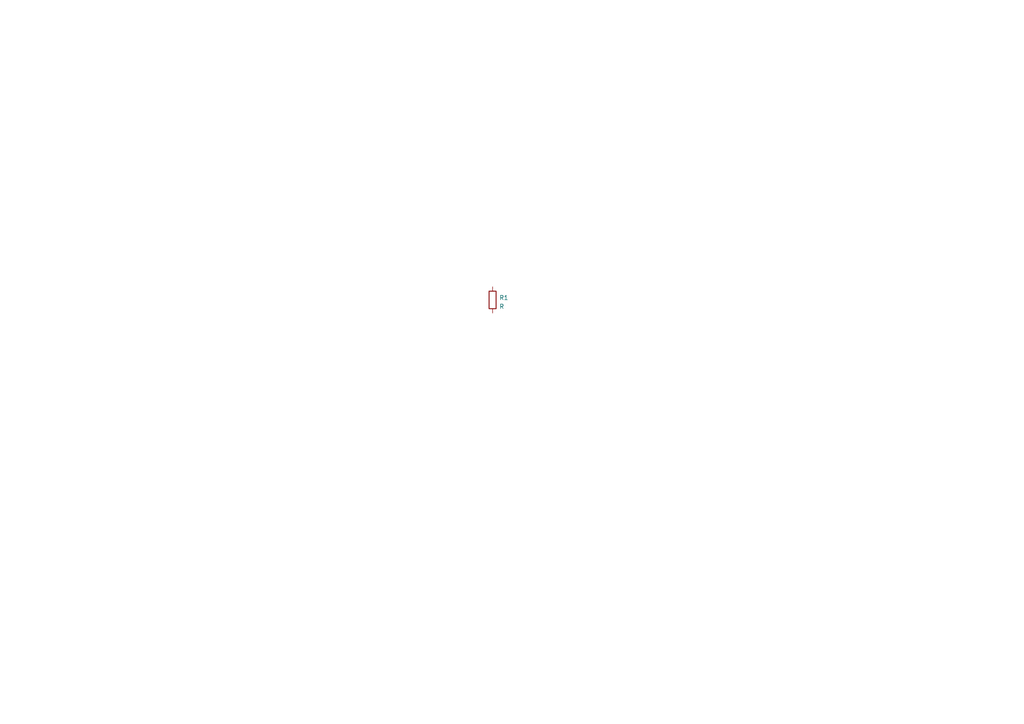
<source format=kicad_sch>
(kicad_sch (version 20230121) (generator eeschema)
  (paper "A4")
  (lib_symbols
    (symbol "Device:R" (pin_numbers hide) (pin_names (offset 0))
      (property "Reference" "R" (at 2.032 0 90))
      (property "Value" "R" (at 0 0 90))
      (symbol "R_0_1"
        (rectangle (start -1.016 -2.54) (end 1.016 2.54) (stroke (width 0.254)))
      )
      (symbol "R_1_1"
        (pin passive line (at 0 3.81 270) (length 1.27) (name "~") (number "1"))
        (pin passive line (at 0 -3.81 90) (length 1.27) (name "~") (number "2"))
      )
    )
  )
  (symbol (lib_id "Device:R") (at 142.875 86.995 0) (unit 1)
    (property "Reference" "R1" (at 144.78 86.36 0) (effects (justify left)))
    (property "Value" "R" (at 144.78 88.9 0) (effects (justify left)))
    (instances (project "a" (path "" (reference "R1") (unit 1))) (project "b" (path "" (reference "R2") (unit 1))))
  )
)
</source>
